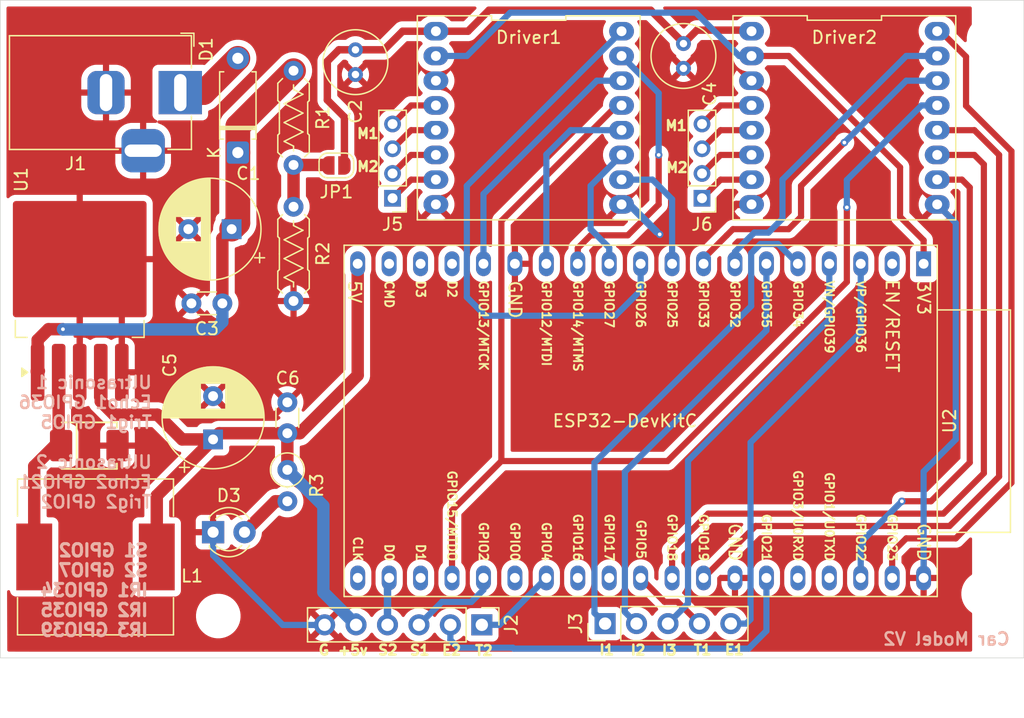
<source format=kicad_pcb>
(kicad_pcb (version 20241229) (generator "pcbnew") (generator_version "9.0")
  (layers (0 "F.Cu" signal) (2 "B.Cu" signal) (13 "F.Paste" user) (15 "B.Paste" user) (5 "F.SilkS" user "F.Silkscreen") (7 "B.SilkS" user "B.Silkscreen") (1 "F.Mask" user) (3 "B.Mask" user) (25 "Edge.Cuts" user))
  (net 0 "")
  (net 1 "GND")
  (net 2 "5V")
  (net 3 "Net-(D1-A)")
  (net 4 "Net-(D3-A)")
  (net 5 "/3v3")
  (net 6 "Net-(U1-OUT)")
  (net 17 "/VM")
  (net 18 "Net-(JP1-A)")
  (net 19 "/BIN1")
  (net 20 "/BIN2")
  (net 21 "Net-(Driver1-VM)")
  (net 22 "/PWMA")
  (net 23 "/AIN2")
  (net 24 "/AIN1")
  (net 25 "/PWMB")
  (net 26 "/STBY")
  (net 27 "/AIN22")
  (net 28 "/BIN12")
  (net 29 "/AIN12")
  (net 30 "/PWMA2")
  (net 31 "/PWMB2")
  (net 32 "/BIN22")
  (net 33 "/IR1")
  (net 34 "/IR2")
  (net 35 "/TRIG1")
  (net 36 "/ECHO1")
  (net 37 "/IR3")
  (net 38 "/ECHO2")
  (net 39 "/Servo2")
  (net 40 "/TRIG2")
  (net 41 "/Servo1")
  (net 43 "Net-(Driver1-A01)")
  (net 44 "Net-(Driver1-B02)")
  (net 45 "Net-(Driver1-B01)")
  (net 46 "Net-(Driver1-A02)")
  (net 47 "Net-(Driver2-A01)")
  (net 48 "Net-(Driver2-B01)")
  (net 49 "Net-(Driver2-A02)")
  (net 50 "Net-(Driver2-B02)")
  (footprint "PCM_Capacitor_THT_AKL:CP_Radial_D8.0mm_P3.50mm" (layer "F.Cu") (at 87 97.5 90)
    (property "Reference" "C5" (at 6 -3.5 90) (layer "F.SilkS"))
    (property "Value" "CP_Radial_D8.0mm_P3.50mm" (hide yes))
    (pad "1" thru_hole rect (at 0 0 90) (size 1.6 1.6) (drill 0.8) (layers "*.Cu" "*.Mask") (net 2 "5V"))
    (pad "2" thru_hole circle (at 3.5 0 90) (size 1.6 1.6) (drill 0.8) (layers "*.Cu" "*.Mask") (net 1 "GND"))
  )
  (footprint "Package_TO_SOT_SMD:TO-263-5_TabPin3" (layer "F.Cu") (at 76.225 84.425 90)
    (property "Reference" "U1" (at 7.925 -4.725 90) (layer "F.SilkS"))
    (property "Value" "LM2596S-5")
    (pad "1" smd roundrect (at -7.65 -3.4 90) (size 4.6 1.1) (layers "F.Cu" "F.Mask" "F.Paste") (roundrect_rratio 0.227273) (net 17 "/VM"))
    (pad "2" smd roundrect (at -7.65 -1.7 90) (size 4.6 1.1) (layers "F.Cu" "F.Mask" "F.Paste") (roundrect_rratio 0.227273) (net 6 "Net-(U1-OUT)"))
    (pad "3" smd roundrect (at -7.65 0 90) (size 4.6 1.1) (layers "F.Cu" "F.Mask" "F.Paste") (roundrect_rratio 0.227273) (net 1 "GND"))
    (pad "3" smd roundrect (at 1.5 0 90) (size 9.4 10.8) (layers "F.Cu" "F.Mask") (roundrect_rratio 0.026596) (net 1 "GND"))
    (pad "4" smd roundrect (at -7.65 1.7 90) (size 4.6 1.1) (layers "F.Cu" "F.Mask" "F.Paste") (roundrect_rratio 0.227273) (net 2 "5V"))
    (pad "5" smd roundrect (at -7.65 3.4 90) (size 4.6 1.1) (layers "F.Cu" "F.Mask" "F.Paste") (roundrect_rratio 0.227273) (net 1 "GND"))
  )
  (footprint "Capacitor_THT:C_Disc_D3.0mm_W1.6mm_P2.50mm" (layer "F.Cu") (at 93 97 90)
    (property "Reference" "C6" (at 4.45 0.03 180) (layer "F.SilkS"))
    (property "Value" "100nF")
    (pad "1" thru_hole circle (at 0 0 90) (size 1.6 1.6) (drill 0.8) (layers "*.Cu" "*.Mask") (net 2 "5V"))
    (pad "2" thru_hole circle (at 2.5 0 90) (size 1.6 1.6) (drill 0.8) (layers "*.Cu" "*.Mask") (net 1 "GND"))
  )
  (footprint "Connector_PinHeader_2.54mm:PinHeader_1x06_P2.54mm_Vertical" (layer "F.Cu") (at 108.71 112.49 -90)
    (property "Reference" "J2" (at 0 -2.38 90) (layer "F.SilkS"))
    (property "Value" "Conn_01x06_Socket")
    (pad "1" thru_hole rect (at 0 0 270) (size 1.7 1.7) (drill 1) (layers "*.Cu" "*.Mask") (net 40 "/TRIG2"))
    (pad "2" thru_hole circle (at 0 2.54 270) (size 1.7 1.7) (drill 1) (layers "*.Cu" "*.Mask") (net 38 "/ECHO2"))
    (pad "3" thru_hole circle (at 0 5.08 270) (size 1.7 1.7) (drill 1) (layers "*.Cu" "*.Mask") (net 41 "/Servo1"))
    (pad "4" thru_hole circle (at 0 7.62 270) (size 1.7 1.7) (drill 1) (layers "*.Cu" "*.Mask") (net 39 "/Servo2"))
    (pad "5" thru_hole circle (at 0 10.16 270) (size 1.7 1.7) (drill 1) (layers "*.Cu" "*.Mask") (net 2 "5V"))
    (pad "6" thru_hole circle (at 0 12.7 270) (size 1.7 1.7) (drill 1) (layers "*.Cu" "*.Mask") (net 1 "GND"))
  )
  (footprint "Connector_PinHeader_2.00mm:PinHeader_1x04_P2.00mm_Vertical" (layer "F.Cu") (at 101.5 78 180)
    (property "Reference" "J5" (at 0 -2.11 0) (layer "F.SilkS"))
    (property "Value" "Conn_01x04_Socket")
    (pad "1" thru_hole rect (at 0 0 180) (size 1.35 1.35) (drill 0.8) (layers "*.Cu" "*.Mask") (net 45 "Net-(Driver1-B01)"))
    (pad "2" thru_hole circle (at 0 2 180) (size 1.35 1.35) (drill 0.8) (layers "*.Cu" "*.Mask") (net 44 "Net-(Driver1-B02)"))
    (pad "3" thru_hole circle (at 0 4 180) (size 1.35 1.35) (drill 0.8) (layers "*.Cu" "*.Mask") (net 46 "Net-(Driver1-A02)"))
    (pad "4" thru_hole circle (at 0 6 180) (size 1.35 1.35) (drill 0.8) (layers "*.Cu" "*.Mask") (net 43 "Net-(Driver1-A01)"))
  )
  (footprint "PCM_JLCPCB:D_SMBF" (layer "F.Cu") (at 77 98)
    (property "Reference" "D2" (hide yes))
    (property "Value" "SS34BF")
    (pad "1" smd roundrect (at -2.28 0) (size 1.8 2.54) (layers "F.Cu" "F.Mask" "F.Paste") (roundrect_rratio 0.1388888889) (net 6 "Net-(U1-OUT)"))
    (pad "2" smd roundrect (at 2.28 0) (size 1.8 2.54) (layers "F.Cu" "F.Mask" "F.Paste") (roundrect_rratio 0.1388888889) (net 1 "GND"))
  )
  (footprint "PCM_Resistor_THT_US_AKL:R_Axial_DIN0207_L6.3mm_D2.5mm_P7.62mm_Horizontal" (layer "F.Cu") (at 93.5 67.69 -90)
    (property "Reference" "R1" (at 3.81 -2.37 90) (layer "F.SilkS"))
    (property "Value" "4.7k" (hide yes))
    (pad "1" thru_hole circle (at 0 0 270) (size 1.6 1.6) (drill 0.8) (layers "*.Cu" "*.Mask") (net 17 "/VM"))
    (pad "2" thru_hole oval (at 7.62 0 270) (size 1.6 1.6) (drill 0.8) (layers "*.Cu" "*.Mask") (net 18 "Net-(JP1-A)"))
  )
  (footprint "Connector_PinHeader_2.54mm:PinHeader_1x05_P2.54mm_Vertical" (layer "F.Cu") (at 118.67 112.39 90)
    (property "Reference" "J3" (at 0 -2.38 90) (layer "F.SilkS"))
    (property "Value" "Conn_01x05_Socket")
    (pad "1" thru_hole rect (at 0 0 90) (size 1.7 1.7) (drill 1) (layers "*.Cu" "*.Mask") (net 33 "/IR1"))
    (pad "2" thru_hole circle (at 0 2.54 90) (size 1.7 1.7) (drill 1) (layers "*.Cu" "*.Mask") (net 34 "/IR2"))
    (pad "3" thru_hole circle (at 0 5.08 90) (size 1.7 1.7) (drill 1) (layers "*.Cu" "*.Mask") (net 37 "/IR3"))
    (pad "4" thru_hole circle (at 0 7.62 90) (size 1.7 1.7) (drill 1) (layers "*.Cu" "*.Mask") (net 35 "/TRIG1"))
    (pad "5" thru_hole circle (at 0 10.16 90) (size 1.7 1.7) (drill 1) (layers "*.Cu" "*.Mask") (net 36 "/ECHO1"))
  )
  (footprint "SparkFun-Hardware:Standoff" (layer "F.Cu") (at 87.42 111.78)
    (property "Reference" "ST1")
    (property "Value" "Standoff")
    (pad "" np_thru_hole circle (at 0 0) (size 3.1 3.1) (drill 3.1) (layers "*.Cu" "*.Mask"))
  )
  (footprint "tb6612fng:tb6612fng breakout board" (layer "F.Cu") (at 112.5 71.5 -90)
    (property "Reference" "Driver1" (at -6.5 0 0) (layer "F.SilkS"))
    (property "Value" "~")
    (pad "1" thru_hole oval (at -7 7.5 270) (size 1.5 2) (drill 0.8) (layers "*.Cu" "*.Mask") (net 21 "Net-(Driver1-VM)"))
    (pad "2" thru_hole oval (at -5 7.5 270) (size 1.5 2) (drill 0.8) (layers "*.Cu" "*.Mask") (net 5 "/3v3"))
    (pad "3" thru_hole oval (at -3 7.5 270) (size 1.5 2) (drill 0.8) (layers "*.Cu" "*.Mask") (net 1 "GND"))
    (pad "4" thru_hole oval (at -1 7.5 270) (size 1.5 2) (drill 0.8) (layers "*.Cu" "*.Mask") (net 43 "Net-(Driver1-A01)"))
    (pad "5" thru_hole oval (at 1 7.5 270) (size 1.5 2) (drill 0.8) (layers "*.Cu" "*.Mask") (net 46 "Net-(Driver1-A02)"))
    (pad "6" thru_hole oval (at 3 7.5 270) (size 1.5 2) (drill 0.8) (layers "*.Cu" "*.Mask") (net 44 "Net-(Driver1-B02)"))
    (pad "7" thru_hole oval (at 5 7.5 270) (size 1.5 2) (drill 0.8) (layers "*.Cu" "*.Mask") (net 45 "Net-(Driver1-B01)"))
    (pad "8" thru_hole oval (at 7 7.5 270) (size 1.5 2) (drill 0.8) (layers "*.Cu" "*.Mask") (net 1 "GND"))
    (pad "9" thru_hole oval (at -7 -7.5 270) (size 1.5 2) (drill 0.8) (layers "*.Cu" "*.Mask") (net 22 "/PWMA"))
    (pad "10" thru_hole oval (at -5 -7.5 270) (size 1.5 2) (drill 0.8) (layers "*.Cu" "*.Mask") (net 23 "/AIN2"))
    (pad "11" thru_hole oval (at -3 -7.5 270) (size 1.5 2) (drill 0.8) (layers "*.Cu" "*.Mask") (net 24 "/AIN1"))
    (pad "12" thru_hole oval (at -1 -7.5 270) (size 1.5 2) (drill 0.8) (layers "*.Cu" "*.Mask") (net 26 "/STBY"))
    (pad "13" thru_hole oval (at 1 -7.5 270) (size 1.5 2) (drill 0.8) (layers "*.Cu" "*.Mask") (net 19 "/BIN1"))
    (pad "14" thru_hole oval (at 3 -7.5 270) (size 1.5 2) (drill 0.8) (layers "*.Cu" "*.Mask") (net 20 "/BIN2"))
    (pad "15" thru_hole oval (at 5 -7.5 270) (size 1.5 2) (drill 0.8) (layers "*.Cu" "*.Mask") (net 25 "/PWMB"))
    (pad "16" thru_hole oval (at 7 -7.5 270) (size 1.5 2) (drill 0.8) (layers "*.Cu" "*.Mask") (net 1 "GND"))
  )
  (footprint "SparkFun-Hardware:Standoff" (layer "F.Cu") (at 149.69 65.11)
    (property "Reference" "ST3")
    (property "Value" "Standoff")
    (pad "" np_thru_hole circle (at 0 0) (size 3.1 3.1) (drill 3.1) (layers "*.Cu" "*.Mask"))
  )
  (footprint "PCM_Capacitor_THT_AKL:CP_Radial_D8.0mm_P3.50mm" (layer "F.Cu") (at 88.5 80.5 180)
    (property "Reference" "C1" (at -1.347349 4.5 0) (layer "F.SilkS"))
    (property "Value" "CP_Radial_D8.0mm_P3.50mm" (hide yes))
    (pad "1" thru_hole rect (at 0 0 180) (size 1.6 1.6) (drill 0.8) (layers "*.Cu" "*.Mask") (net 17 "/VM"))
    (pad "2" thru_hole circle (at 3.5 0 180) (size 1.6 1.6) (drill 0.8) (layers "*.Cu" "*.Mask") (net 1 "GND"))
  )
  (footprint "Inductor_SMD:L_12x12mm_H6mm" (layer "F.Cu") (at 77.5 107)
    (property "Reference" "L1" (at 7.8 1.54 0) (layer "F.SilkS"))
    (property "Value" "33uH")
    (pad "1" smd rect (at -4.95 0) (size 2.9 5.4) (layers "F.Cu" "F.Mask" "F.Paste") (net 6 "Net-(U1-OUT)"))
    (pad "2" smd rect (at 4.95 0) (size 2.9 5.4) (layers "F.Cu" "F.Mask" "F.Paste") (net 2 "5V"))
  )
  (footprint "Resistor_THT:R_Axial_DIN0207_L6.3mm_D2.5mm_P2.54mm_Vertical" (layer "F.Cu") (at 93 99.96 -90)
    (property "Reference" "R3" (at 1.27 -2.37 90) (layer "F.SilkS"))
    (property "Value" "1k")
    (pad "1" thru_hole circle (at 0 0 270) (size 1.6 1.6) (drill 0.8) (layers "*.Cu" "*.Mask") (net 2 "5V"))
    (pad "2" thru_hole circle (at 2.54 0 270) (size 1.6 1.6) (drill 0.8) (layers "*.Cu" "*.Mask") (net 4 "Net-(D3-A)"))
  )
  (footprint "Capacitor_THT:C_Radial_D5.0mm_H5.0mm_P2.00mm" (layer "F.Cu") (at 98.5 66 -90)
    (property "Reference" "C2" (at 5 0 90) (layer "F.SilkS"))
    (property "Value" "10uF")
    (pad "1" thru_hole circle (at 0 0 270) (size 1.2 1.2) (drill 0.6) (layers "*.Cu" "*.Mask") (net 21 "Net-(Driver1-VM)"))
    (pad "2" thru_hole circle (at 2 0 270) (size 1.2 1.2) (drill 0.6) (layers "*.Cu" "*.Mask") (net 1 "GND"))
  )
  (footprint "tb6612fng:tb6612fng breakout board" (layer "F.Cu") (at 138 71.5 -90)
    (property "Reference" "Driver2" (at -6.5 0 0) (layer "F.SilkS"))
    (property "Value" "~")
    (pad "1" thru_hole oval (at -7 7.5 270) (size 1.5 2) (drill 0.8) (layers "*.Cu" "*.Mask") (net 21 "Net-(Driver1-VM)"))
    (pad "2" thru_hole oval (at -5 7.5 270) (size 1.5 2) (drill 0.8) (layers "*.Cu" "*.Mask") (net 5 "/3v3"))
    (pad "3" thru_hole oval (at -3 7.5 270) (size 1.5 2) (drill 0.8) (layers "*.Cu" "*.Mask") (net 1 "GND"))
    (pad "4" thru_hole oval (at -1 7.5 270) (size 1.5 2) (drill 0.8) (layers "*.Cu" "*.Mask") (net 47 "Net-(Driver2-A01)"))
    (pad "5" thru_hole oval (at 1 7.5 270) (size 1.5 2) (drill 0.8) (layers "*.Cu" "*.Mask") (net 49 "Net-(Driver2-A02)"))
    (pad "6" thru_hole oval (at 3 7.5 270) (size 1.5 2) (drill 0.8) (layers "*.Cu" "*.Mask") (net 50 "Net-(Driver2-B02)"))
    (pad "7" thru_hole oval (at 5 7.5 270) (size 1.5 2) (drill 0.8) (layers "*.Cu" "*.Mask") (net 48 "Net-(Driver2-B01)"))
    (pad "8" thru_hole oval (at 7 7.5 270) (size 1.5 2) (drill 0.8) (layers "*.Cu" "*.Mask") (net 1 "GND"))
    (pad "9" thru_hole oval (at -7 -7.5 270) (size 1.5 2) (drill 0.8) (layers "*.Cu" "*.Mask") (net 30 "/PWMA2"))
    (pad "10" thru_hole oval (at -5 -7.5 270) (size 1.5 2) (drill 0.8) (layers "*.Cu" "*.Mask") (net 27 "/AIN22"))
    (pad "11" thru_hole oval (at -3 -7.5 270) (size 1.5 2) (drill 0.8) (layers "*.Cu" "*.Mask") (net 29 "/AIN12"))
    (pad "12" thru_hole oval (at -1 -7.5 270) (size 1.5 2) (drill 0.8) (layers "*.Cu" "*.Mask") (net 26 "/STBY"))
    (pad "13" thru_hole oval (at 1 -7.5 270) (size 1.5 2) (drill 0.8) (layers "*.Cu" "*.Mask") (net 28 "/BIN12"))
    (pad "14" thru_hole oval (at 3 -7.5 270) (size 1.5 2) (drill 0.8) (layers "*.Cu" "*.Mask") (net 32 "/BIN22"))
    (pad "15" thru_hole oval (at 5 -7.5 270) (size 1.5 2) (drill 0.8) (layers "*.Cu" "*.Mask") (net 31 "/PWMB2"))
    (pad "16" thru_hole oval (at 7 -7.5 270) (size 1.5 2) (drill 0.8) (layers "*.Cu" "*.Mask") (net 1 "GND"))
  )
  (footprint "SparkFun-Hardware:Standoff" (layer "F.Cu") (at 149.25 109.98)
    (property "Reference" "ST2")
    (property "Value" "Standoff")
    (pad "" np_thru_hole circle (at 0 0) (size 3.1 3.1) (drill 3.1) (layers "*.Cu" "*.Mask"))
  )
  (footprint "LED_THT:LED_D3.0mm" (layer "F.Cu") (at 87 105)
    (property "Reference" "D3" (at 1.27 -2.96 0) (layer "F.SilkS"))
    (property "Value" "Yellow")
    (pad "1" thru_hole rect (at 0 0) (size 1.8 1.8) (drill 0.9) (layers "*.Cu" "*.Mask") (net 1 "GND"))
    (pad "2" thru_hole circle (at 2.54 0) (size 1.8 1.8) (drill 0.9) (layers "*.Cu" "*.Mask") (net 4 "Net-(D3-A)"))
  )
  (footprint "Capacitor_THT:C_Radial_D5.0mm_H5.0mm_P2.00mm" (layer "F.Cu") (at 125 65.5 -90)
    (property "Reference" "C4" (at 4.07 -2.12 90) (layer "F.SilkS"))
    (property "Value" "10uF")
    (pad "1" thru_hole circle (at 0 0 270) (size 1.2 1.2) (drill 0.6) (layers "*.Cu" "*.Mask") (net 21 "Net-(Driver1-VM)"))
    (pad "2" thru_hole circle (at 2 0 270) (size 1.2 1.2) (drill 0.6) (layers "*.Cu" "*.Mask") (net 1 "GND"))
  )
  (footprint "Connector_BarrelJack:BarrelJack_Horizontal" (layer "F.Cu") (at 84.35 69.46)
    (property "Reference" "J1" (at -8.45 5.75 0) (layer "F.SilkS"))
    (property "Value" "Barrel_Jack_PTH")
    (pad "1" thru_hole rect (at 0 0) (size 3.5 3.5) (drill oval 1 3) (layers "*.Cu" "*.Mask") (net 3 "Net-(D1-A)"))
    (pad "2" thru_hole roundrect (at -6 0) (size 3 3.5) (drill oval 1 3) (layers "*.Cu" "*.Mask") (net 1 "GND"))
    (pad "3" thru_hole roundrect (at -3 4.7) (size 3.5 3.5) (drill oval 3 1) (layers "*.Cu" "*.Mask") (net 1 "GND"))
  )
  (footprint "PCM_Espressif:ESP32-DevKitC" (layer "F.Cu") (at 144.40344 83.3 -90)
    (property "Reference" "U2" (at 12.7 -2.1 90) (layer "F.SilkS"))
    (property "Value" "ESP32-DevKitC" (at 12.7 24.13 0) (layer "F.SilkS"))
    (fp_text user "5V" (at 1.26632 45.97128 270) (layer "F.SilkS") (effects (justify left)))
    (fp_text user "GPIO4" (at 24.13 30.48 270) (layer "F.SilkS") (effects (font (size 0.7 0.7)) (justify right)))
    (fp_text user "D3" (at 1.27 40.64 270) (layer "F.SilkS") (effects (font (size 0.7 0.7)) (justify left)))
    (fp_text user "GPIO15/MTDO" (at 24.13 38.1 270) (layer "F.SilkS") (effects (font (size 0.7 0.7)) (justify right)))
    (fp_text user "GPIO5" (at 23.94 22.83344 270) (layer "F.SilkS") (effects (font (size 0.7 0.7)) (justify right)))
    (fp_text user "GPIO22" (at 24.13 5.08 270) (layer "F.SilkS") (effects (font (size 0.7 0.7)) (justify right)))
    (fp_text user "VP/GPIO36" (at 1.27 5.08 270) (layer "F.SilkS") (effects (font (size 0.7 0.7)) (justify left)))
    (fp_text user "GPIO26" (at 1.27 22.86 270) (layer "F.SilkS") (effects (font (size 0.7 0.7)) (justify left)))
    (fp_text user "GND" (at 24.13 15.24 270) (layer "F.SilkS") (effects (justify right)))
    (fp_text user "D0" (at 24.13 43.18 270) (layer "F.SilkS") (effects (font (size 0.7 0.7)) (justify right)))
    (fp_text user "GPIO0" (at 24.13 33.02 270) (layer "F.SilkS") (effects (font (size 0.7 0.7)) (justify right)))
    (fp_text user "CMD" (at 1.27 43.18 270) (layer "F.SilkS") (effects (font (size 0.7 0.7)) (justify left)))
    (fp_text user "3V3" (at 1.27 0 270) (layer "F.SilkS") (effects (justify left)))
    (fp_text user "GPIO1/U0TXD" (at 24.13 7.62 270) (layer "F.SilkS") (effects (font (size 0.7 0.7)) (justify right)))
    (fp_text user "GPIO17" (at 24.13 25.4 270) (layer "F.SilkS") (effects (font (size 0.7 0.7)) (justify right)))
    (fp_text user "D1" (at 24.13 40.64 270) (layer "F.SilkS") (effects (font (size 0.7 0.7)) (justify right)))
    (fp_text user "GND" (at 24.13 0 270) (layer "F.SilkS") (effects (justify right)))
    (fp_text user "GPIO18" (at 24.13 20.32 270) (layer "F.SilkS") (effects (font (size 0.7 0.7)) (justify right)))
    (fp_text user "D2" (at 1.27 38.1 270) (layer "F.SilkS") (effects (font (size 0.7 0.7)) (justify left)))
    (fp_text user "GPIO23" (at 24.13 2.54 270) (layer "F.SilkS") (effects (font (size 0.7 0.7)) (justify right)))
    (fp_text user "GPIO32" (at 1.27 15.24 270) (layer "F.SilkS") (effects (font (size 0.7 0.7)) (justify left)))
    (fp_text user "GPIO33" (at 1.27 17.78 270) (layer "F.SilkS") (effects (font (size 0.7 0.7)) (justify left)))
    (fp_text user "GPIO16" (at 24.13 27.94 270) (layer "F.SilkS") (effects (font (size 0.7 0.7)) (justify right)))
    (fp_text user "EN/RESET" (at 8.88632 2.53728 270) (layer "F.SilkS") (effects (justify right)))
    (fp_text user "GPIO21" (at 24.13 12.7 270) (layer "F.SilkS") (effects (font (size 0.7 0.7)) (justify right)))
    (fp_text user "VN/GPIO39" (at 1.27 7.62 270) (layer "F.SilkS") (effects (font (size 0.7 0.7)) (justify left)))
    (fp_text user "CLK" (at 24.13 45.72 270) (layer "F.SilkS") (effects (font (size 0.7 0.7)) (justify right)))
    (fp_text user "GPIO35" (at 1.27 12.7 270) (layer "F.SilkS") (effects (font (size 0.7 0.7)) (justify left)))
    (fp_text user "GPIO13/MTCK" (at 1.27 35.56 270) (layer "F.SilkS") (effects (font (size 0.7 0.7)) (justify left)))
    (fp_text user "GPIO25" (at 1.27 20.32 270) (layer "F.SilkS") (effects (font (size 0.7 0.7)) (justify left)))
    (fp_text user "GPIO27" (at 1.27 25.4 270) (layer "F.SilkS") (effects (font (size 0.7 0.7)) (justify left)))
    (fp_text user "GPIO19" (at 24.13 17.78 270) (layer "F.SilkS") (effects (font (size 0.7 0.7)) (justify right)))
    (fp_text user "GPIO14/MTMS" (at 1.27 27.94 270) (layer "F.SilkS") (effects (font (size 0.7 0.7)) (justify left)))
    (fp_text user "GPIO2" (at 24.13 35.56 270) (layer "F.SilkS") (effects (font (size 0.7 0.7)) (justify right)))
    (fp_text user "GND" (at 1.27 33.02 270) (layer "F.SilkS") (effects (justify left)))
    (fp_text user "GPIO3/U0RXD" (at 24.13 10.16 270) (layer "F.SilkS") (effects (font (size 0.7 0.7)) (justify right)))
    (fp_text user "GPIO12/MTDI" (at 1.27 30.48 270) (layer "F.SilkS") (effects (font (size 0.7 0.7)) (justify left)))
    (fp_text user "GPIO34" (at 1.27 10.16 270) (layer "F.SilkS") (effects (font (size 0.7 0.7)) (justify left)))
    (pad "1" thru_hole rect (at 0 0 180) (size 1.2 2) (drill 0.8) (layers "*.Cu" "*.Mask") (net 5 "/3v3"))
    (pad "2" thru_hole oval (at 0 2.54 180) (size 1.2 2) (drill 0.8) (layers "*.Cu" "*.Mask"))
    (pad "3" thru_hole oval (at 0 5.08 180) (size 1.2 2) (drill 0.8) (layers "*.Cu" "*.Mask") (net 36 "/ECHO1"))
    (pad "4" thru_hole oval (at 0 7.62 180) (size 1.2 2) (drill 0.8) (layers "*.Cu" "*.Mask") (net 37 "/IR3"))
    (pad "5" thru_hole oval (at 0 10.16 180) (size 1.2 2) (drill 0.8) (layers "*.Cu" "*.Mask") (net 33 "/IR1"))
    (pad "6" thru_hole oval (at 0 12.7 180) (size 1.2 2) (drill 0.8) (layers "*.Cu" "*.Mask") (net 34 "/IR2"))
    (pad "7" thru_hole oval (at 0 15.24 180) (size 1.2 2) (drill 0.8) (layers "*.Cu" "*.Mask") (net 27 "/AIN22"))
    (pad "8" thru_hole oval (at 0 17.78 180) (size 1.2 2) (drill 0.8) (layers "*.Cu" "*.Mask") (net 29 "/AIN12"))
    (pad "9" thru_hole oval (at 0 20.32 180) (size 1.2 2) (drill 0.8) (layers "*.Cu" "*.Mask") (net 25 "/PWMB"))
    (pad "10" thru_hole oval (at 0 22.86 180) (size 1.2 2) (drill 0.8) (layers "*.Cu" "*.Mask") (net 22 "/PWMA"))
    (pad "11" thru_hole oval (at 0 25.4 180) (size 1.2 2) (drill 0.8) (layers "*.Cu" "*.Mask") (net 20 "/BIN2"))
    (pad "12" thru_hole oval (at 0 27.94 180) (size 1.2 2) (drill 0.8) (layers "*.Cu" "*.Mask") (net 23 "/AIN2"))
    (pad "13" thru_hole oval (at 0 30.48 180) (size 1.2 2) (drill 0.8) (layers "*.Cu" "*.Mask") (net 19 "/BIN1"))
    (pad "14" thru_hole oval (at 0 33.02 180) (size 1.2 2) (drill 0.8) (layers "*.Cu" "*.Mask") (net 1 "GND"))
    (pad "15" thru_hole oval (at 0 35.56 180) (size 1.2 2) (drill 0.8) (layers "*.Cu" "*.Mask") (net 24 "/AIN1"))
    (pad "16" thru_hole oval (at 0 38.1 180) (size 1.2 2) (drill 0.8) (layers "*.Cu" "*.Mask"))
    (pad "17" thru_hole oval (at 0 40.64 180) (size 1.2 2) (drill 0.8) (layers "*.Cu" "*.Mask"))
    (pad "18" thru_hole oval (at 0 43.18 180) (size 1.2 2) (drill 0.8) (layers "*.Cu" "*.Mask"))
    (pad "19" thru_hole oval (at 0 45.72 180) (size 1.2 2) (drill 0.8) (layers "*.Cu" "*.Mask") (net 2 "5V"))
    (pad "20" thru_hole oval (at 25.39632 45.71728 180) (size 1.2 2) (drill 0.8) (layers "*.Cu" "*.Mask"))
    (pad "21" thru_hole oval (at 25.39632 43.17728 180) (size 1.2 2) (drill 0.8) (layers "*.Cu" "*.Mask") (net 39 "/Servo2"))
    (pad "22" thru_hole oval (at 25.4 40.64 180) (size 1.2 2) (drill 0.8) (layers "*.Cu" "*.Mask"))
    (pad "23" thru_hole oval (at 25.4 38.1 180) (size 1.2 2) (drill 0.8) (layers "*.Cu" "*.Mask") (net 26 "/STBY"))
    (pad "24" thru_hole oval (at 25.4 35.56 180) (size 1.2 2) (drill 0.8) (layers "*.Cu" "*.Mask") (net 41 "/Servo1"))
    (pad "25" thru_hole oval (at 25.4 33.02 180) (size 1.2 2) (drill 0.8) (layers "*.Cu" "*.Mask"))
    (pad "26" thru_hole oval (at 25.4 30.48 180) (size 1.2 2) (drill 0.8) (layers "*.Cu" "*.Mask") (net 40 "/TRIG2"))
    (pad "27" thru_hole oval (at 25.4 27.94 180) (size 1.2 2) (drill 0.8) (layers "*.Cu" "*.Mask"))
    (pad "28" thru_hole oval (at 25.4 25.4 180) (size 1.2 2) (drill 0.8) (layers "*.Cu" "*.Mask"))
    (pad "29" thru_hole oval (at 25.4 22.86 180) (size 1.2 2) (drill 0.8) (layers "*.Cu" "*.Mask") (net 35 "/TRIG1"))
    (pad "30" thru_hole oval (at 25.4 20.32 180) (size 1.2 2) (drill 0.8) (layers "*.Cu" "*.Mask") (net 32 "/BIN22"))
    (pad "31" thru_hole oval (at 25.4 17.78 180) (size 1.2 2) (drill 0.8) (layers "*.Cu" "*.Mask") (net 28 "/BIN12"))
    (pad "32" thru_hole oval (at 25.4 15.24 180) (size 1.2 2) (drill 0.8) (layers "*.Cu" "*.Mask") (net 1 "GND"))
    (pad "33" thru_hole oval (at 25.4 12.7 180) (size 1.2 2) (drill 0.8) (layers "*.Cu" "*.Mask") (net 38 "/ECHO2"))
    (pad "34" thru_hole oval (at 25.4 10.16 180) (size 1.2 2) (drill 0.8) (layers "*.Cu" "*.Mask"))
    (pad "35" thru_hole oval (at 25.4 7.62 180) (size 1.2 2) (drill 0.8) (layers "*.Cu" "*.Mask"))
    (pad "36" thru_hole oval (at 25.4 5.08 180) (size 1.2 2) (drill 0.8) (layers "*.Cu" "*.Mask") (net 31 "/PWMB2"))
    (pad "37" thru_hole oval (at 25.4 2.54 180) (size 1.2 2) (drill 0.8) (layers "*.Cu" "*.Mask") (net 30 "/PWMA2"))
    (pad "38" thru_hole oval (at 25.4 0 180) (size 1.2 2) (drill 0.8) (layers "*.Cu" "*.Mask") (net 1 "GND"))
  )
  (footprint "Diode_THT:D_A-405_P7.62mm_Horizontal" (layer "F.Cu") (at 89 74.31 90)
    (property "Reference" "D1" (at 8.34 -2.56 90) (layer "F.SilkS"))
    (property "Value" "1N4007")
    (fp_text user "K" (at 0 -1.9 90) (layer "F.SilkS"))
    (pad "1" thru_hole roundrect (at 0 0 90) (size 1.8 1.8) (drill 0.9) (layers "*.Cu" "*.Mask") (roundrect_rratio 0.138889) (net 17 "/VM"))
    (pad "2" thru_hole circle (at 7.62 0 90) (size 1.8 1.8) (drill 0.9) (layers "*.Cu" "*.Mask") (net 3 "Net-(D1-A)"))
  )
  (footprint "Jumper:SolderJumper-2_P1.3mm_Open_RoundedPad1.0x1.5mm" (layer "F.Cu") (at 96.96 75.35)
    (property "Reference" "JP1" (at 0 2.14 0) (layer "F.SilkS"))
    (property "Value" "~")
    (pad "1" smd custom (at -0.65 0) (size 1 0.5) (layers "F.Cu" "F.Mask") (net 18 "Net-(JP1-A)") (options (clearance outline) (anchor rect)) (primitives (gr_circle (center 0 0.25) (end 0.5 0.25) (width 0) (fill yes)) (gr_circle (center 0 -0.25) (end 0.5 -0.25) (width 0) (fill yes)) (gr_poly (pts (xy 0.5 0.75) (xy 0 0.75) (xy 0 -0.75) (xy 0.5 -0.75)) (width 0) (fill yes))))
    (pad "2" smd custom (at 0.65 0) (size 1 0.5) (layers "F.Cu" "F.Mask") (net 21 "Net-(Driver1-VM)") (options (clearance outline) (anchor rect)) (primitives (gr_circle (center 0 0.25) (end 0.5 0.25) (width 0) (fill yes)) (gr_circle (center 0 -0.25) (end 0.5 -0.25) (width 0) (fill yes)) (gr_poly (pts (xy 0 0.75) (xy -0.5 0.75) (xy -0.5 -0.75) (xy 0 -0.75)) (width 0) (fill yes))))
  )
  (footprint "Connector_PinHeader_2.00mm:PinHeader_1x04_P2.00mm_Vertical" (layer "F.Cu") (at 126.5 78 180)
    (property "Reference" "J6" (at 0 -2.11 0) (layer "F.SilkS"))
    (property "Value" "Conn_01x04_Socket")
    (pad "1" thru_hole rect (at 0 0 180) (size 1.35 1.35) (drill 0.8) (layers "*.Cu" "*.Mask") (net 48 "Net-(Driver2-B01)"))
    (pad "2" thru_hole circle (at 0 2 180) (size 1.35 1.35) (drill 0.8) (layers "*.Cu" "*.Mask") (net 50 "Net-(Driver2-B02)"))
    (pad "3" thru_hole circle (at 0 4 180) (size 1.35 1.35) (drill 0.8) (layers "*.Cu" "*.Mask") (net 49 "Net-(Driver2-A02)"))
    (pad "4" thru_hole circle (at 0 6 180) (size 1.35 1.35) (drill 0.8) (layers "*.Cu" "*.Mask") (net 47 "Net-(Driver2-A01)"))
  )
  (footprint "Capacitor_THT:C_Disc_D3.0mm_W1.6mm_P2.50mm" (layer "F.Cu") (at 87.75 86.5 180)
    (property "Reference" "C3" (at 1.25 -2.05 180) (layer "F.SilkS"))
    (property "Value" "100nF")
    (pad "1" thru_hole circle (at 0 0 180) (size 1.6 1.6) (drill 0.8) (layers "*.Cu" "*.Mask") (net 17 "/VM"))
    (pad "2" thru_hole circle (at 2.5 0 180) (size 1.6 1.6) (drill 0.8) (layers "*.Cu" "*.Mask") (net 1 "GND"))
  )
  (footprint "PCM_Resistor_THT_US_AKL:R_Axial_DIN0207_L6.3mm_D2.5mm_P7.62mm_Horizontal" (layer "F.Cu") (at 93.5 78.69 -90)
    (property "Reference" "R2" (at 3.81 -2.37 90) (layer "F.SilkS"))
    (property "Value" "10k" (hide yes))
    (pad "1" thru_hole circle (at 0 0 270) (size 1.6 1.6) (drill 0.8) (layers "*.Cu" "*.Mask") (net 18 "Net-(JP1-A)"))
    (pad "2" thru_hole oval (at 7.62 0 270) (size 1.6 1.6) (drill 0.8) (layers "*.Cu" "*.Mask") (net 1 "GND"))
  )
  (gr_rect (start 69.81 62) (end 152.5 115.16) (stroke (width 0.05)) (fill no) (layer "Edge.Cuts"))
  (gr_text "T1\n" (at 125.73 114.99 0) (layer "F.SilkS") (effects (font (size 0.8 0.8) (thickness 0.2) (bold yes)) (justify left bottom)))
  (gr_text "T2" (at 108.06 115.04 0) (layer "F.SilkS") (effects (font (size 0.8 0.8) (thickness 0.2) (bold yes)) (justify left bottom)))
  (gr_text "M2" (at 123.51 75.99 0) (layer "F.SilkS") (effects (font (size 0.8 0.8) (thickness 0.2) (bold yes)) (justify left bottom)))
  (gr_text "I2\n\n" (at 120.63 116.29 0) (layer "F.SilkS") (effects (font (size 0.8 0.8) (thickness 0.2) (bold yes)) (justify left bottom)))
  (gr_text "E1" (at 128.24 114.98 0) (layer "F.SilkS") (effects (font (size 0.8 0.8) (thickness 0.2) (bold yes)) (justify left bottom)))
  (gr_text "M1" (at 98.53 73.24 0) (layer "F.SilkS") (effects (font (size 0.8 0.8) (thickness 0.2) (bold yes)) (justify left bottom)))
  (gr_text "+5v" (at 96.98 115.01 0) (layer "F.SilkS") (effects (font (size 0.8 0.8) (thickness 0.2) (bold yes)) (justify left bottom)))
  (gr_text "M2" (at 98.54 75.91 0) (layer "F.SilkS") (effects (font (size 0.8 0.8) (thickness 0.2) (bold yes)) (justify left bottom)))
  (gr_text "G" (at 95.42 115 0) (layer "F.SilkS") (effects (font (size 0.8 0.8) (thickness 0.2) (bold yes)) (justify left bottom)))
  (gr_text "E2" (at 105.39 115.01 0) (layer "F.SilkS") (effects (font (size 0.8 0.8) (thickness 0.2) (bold yes)) (justify left bottom)))
  (gr_text "I1\n" (at 118.1 114.99 0) (layer "F.SilkS") (effects (font (size 0.8 0.8) (thickness 0.2) (bold yes)) (justify left bottom)))
  (gr_text "I3" (at 123.15 115.01 0) (layer "F.SilkS") (effects (font (size 0.8 0.8) (thickness 0.2) (bold yes)) (justify left bottom)))
  (gr_text "M1" (at 123.44 72.6 0) (layer "F.SilkS") (effects (font (size 0.8 0.8) (thickness 0.2) (bold yes)) (justify left bottom)))
  (gr_text "S2" (at 100.23 115 0) (layer "F.SilkS") (effects (font (size 0.8 0.8) (thickness 0.2) (bold yes)) (justify left bottom)))
  (gr_text "S1" (at 102.8 115.01 0) (layer "F.SilkS") (effects (font (size 0.8 0.8) (thickness 0.2) (bold yes)) (justify left bottom)))
  (gr_text "S1 GPIO2 \nS2 GPIO7\nIR1 GPIO34\nIR2 GPIO35\nIR3 GPIO39\n" (at 81.87 113.5 0) (layer "B.SilkS") (effects (font (size 1 1) (thickness 0.25) (bold yes)) (justify left bottom mirror)))
  (gr_text "Car Model V2" (at 151.47 114.22 0) (layer "B.SilkS") (effects (font (size 1 1) (thickness 0.2) (bold yes)) (justify left bottom mirror)))
  (gr_text "Ultrasonic 1\nEcho1 GPIO36\nTrig1 GPIO5\n\nUltrasonic 2\nEcho2 GPIO21\nTrig2 GPIO2 " (at 82.16 103.14 0) (layer "B.SilkS") (effects (font (size 1 1) (thickness 0.2) (bold yes)) (justify left bottom mirror)))
  (segment (start 123.08 80.92) (end 126.84 80.92) (width 0.6) (layer "F.Cu") (net 1))
  (segment (start 129.26 78.5) (end 130.5 78.5) (width 0.6) (layer "F.Cu") (net 1))
  (segment (start 126.84 80.92) (end 129.26 78.5) (width 0.6) (layer "F.Cu") (net 1))
  (segment (start 79.625 85.975) (end 79 85.35) (width 0.5) (layer "F.Cu") (net 1))
  (segment (start 76.225 92.075) (end 76.225 82.925) (width 0.5) (layer "F.Cu") (net 1))
  (segment (start 79.625 92.075) (end 79.625 85.975) (width 0.5) (layer "F.Cu") (net 1))
  (via (at 123.08 80.92) (size 0.6) (drill 0.3) (layers "F.Cu" "B.Cu") (net 1))
  (segment (start 120.62 78.5) (end 122.84 80.72) (width 0.6) (layer "B.Cu") (net 1))
  (segment (start 147 97.5) (end 144.40344 100.09656) (width 0.5) (layer "B.Cu") (net 1))
  (segment (start 92.63 112.5) (end 96 112.5) (width 0.5) (layer "B.Cu") (net 1))
  (segment (start 120 78.5) (end 120.62 78.5) (width 0.6) (layer "B.Cu") (net 1))
  (segment (start 87 105) (end 87 106.87) (width 0.5) (layer "B.Cu") (net 1))
  (segment (start 147 80) (end 147 97.5) (width 0.5) (layer "B.Cu") (net 1))
  (segment (start 87 106.87) (end 92.63 112.5) (width 0.5) (layer "B.Cu") (net 1))
  (segment (start 144.40344 100.09656) (end 144.40344 108.7) (width 0.5) (layer "B.Cu") (net 1))
  (segment (start 96 112.5) (end 96.01 112.49) (width 0.5) (layer "B.Cu") (net 1))
  (segment (start 145.5 78.5) (end 147 80) (width 0.5) (layer "B.Cu") (net 1))
  (segment (start 94 97) (end 98.68344 92.31656) (width 1) (layer "F.Cu") (net 2))
  (segment (start 77.925 92.075) (end 77.925 94.425) (width 1) (layer "F.Cu") (net 2))
  (segment (start 87 97.5) (end 87.5 97) (width 1) (layer "F.Cu") (net 2))
  (segment (start 77.925 94.425) (end 79 95.5) (width 1) (layer "F.Cu") (net 2))
  (segment (start 93 97) (end 94 97) (width 1) (layer "F.Cu") (net 2))
  (segment (start 93 97) (end 93 99.96) (width 1) (layer "F.Cu") (net 2))
  (segment (start 82.45 107) (end 82.45 102.05) (width 1) (layer "F.Cu") (net 2))
  (segment (start 82.45 102.05) (end 87 97.5) (width 1) (layer "F.Cu") (net 2))
  (segment (start 82.5 95.5) (end 84.5 97.5) (width 1) (layer "F.Cu") (net 2))
  (segment (start 79 95.5) (end 82.5 95.5) (width 1) (layer "F.Cu") (net 2))
  (segment (start 84.5 97.5) (end 87 97.5) (width 1) (layer "F.Cu") (net 2))
  (segment (start 98.68344 92.31656) (end 98.68344 83.3) (width 1) (layer "F.Cu") (net 2))
  (segment (start 87.5 97) (end 93 97) (width 1) (layer "F.Cu") (net 2))
  (segment (start 95.91 102.87) (end 95.91 109.85) (width 1) (layer "B.Cu") (net 2))
  (segment (start 98.55 112.05) (end 98.55 112.49) (width 1) (layer "B.Cu") (net 2))
  (segment (start 95.91 109.85) (end 98.55 112.49) (width 1) (layer "B.Cu") (net 2))
  (segment (start 93 99.96) (end 95.91 102.87) (width 1) (layer "B.Cu") (net 2))
  (segment (start 84.35 69.46) (end 86.23 69.46) (width 2) (layer "F.Cu") (net 3))
  (segment (start 84.5 69.61) (end 84.35 69.46) (width 2) (layer "F.Cu") (net 3))
  (segment (start 86.23 69.46) (end 89 66.69) (width 2) (layer "F.Cu") (net 3))
  (segment (start 93 102.5) (end 92.04 102.5) (width 1) (layer "F.Cu") (net 4))
  (segment (start 92.04 102.5) (end 89.54 105) (width 1) (layer "F.Cu") (net 4))
  (segment (start 142.5 79.5) (end 144.40344 81.40344) (width 0.5) (layer "F.Cu") (net 5))
  (segment (start 144.40344 81.40344) (end 144.40344 83.3) (width 0.5) (layer "F.Cu") (net 5))
  (segment (start 130.5 66.5) (end 133.5 66.5) (width 0.5) (layer "F.Cu") (net 5))
  (segment (start 133.5 66.5) (end 142.5 75.5) (width 0.5) (layer "F.Cu") (net 5))
  (segment (start 144.14 83.8) (end 144.14 83.64) (width 0.6) (layer "F.Cu") (net 5))
  (segment (start 142.5 75.5) (end 142.5 79.5) (width 0.5) (layer "F.Cu") (net 5))
  (segment (start 107.5 66.5) (end 105 66.5) (width 0.5) (layer "B.Cu") (net 5))
  (segment (start 111 63) (end 107.5 66.5) (width 0.5) (layer "B.Cu") (net 5))
  (segment (start 126 63) (end 111 63) (width 0.5) (layer "B.Cu") (net 5))
  (segment (start 129.5 66.5) (end 126 63) (width 0.5) (layer "B.Cu") (net 5))
  (segment (start 130.5 66.5) (end 129.5 66.5) (width 0.5) (layer "B.Cu") (net 5))
  (segment (start 74.22 98) (end 74.72 98) (width 1) (layer "F.Cu") (net 6))
  (segment (start 74.525 97.305) (end 74.525 92.075) (width 1) (layer "F.Cu") (net 6))
  (segment (start 74.72 97.5) (end 74.525 97.305) (width 1) (layer "F.Cu") (net 6))
  (segment (start 72.55 99.67) (end 74.22 98) (width 1) (layer "F.Cu") (net 6))
  (segment (start 72.55 107) (end 72.55 99.67) (width 1) (layer "F.Cu") (net 6))
  (segment (start 72.825 89.465) (end 72.825 92.075) (width 1) (layer "F.Cu") (net 17))
  (segment (start 87.75 86.5) (end 87.75 86.85) (width 1) (layer "F.Cu") (net 17))
  (segment (start 74.87 88.59) (end 73.7 88.59) (width 1) (layer "F.Cu") (net 17))
  (segment (start 89 74.31) (end 89 80) (width 2) (layer "F.Cu") (net 17))
  (segment (start 72.75 92) (end 72.825 92.075) (width 1) (layer "F.Cu") (net 17))
  (segment (start 89 80) (end 88.5 80.5) (width 2) (layer "F.Cu") (net 17))
  (segment (start 89 74.31) (end 89 72.19) (width 2) (layer "F.Cu") (net 17))
  (segment (start 87.75 86.5) (end 87.75 81.25) (width 1) (layer "F.Cu") (net 17))
  (segment (start 87.75 81.25) (end 88.5 80.5) (width 1) (layer "F.Cu") (net 17))
  (segment (start 72.93 91.97) (end 72.825 92.075) (width 1) (layer "F.Cu") (net 17))
  (segment (start 73.7 88.59) (end 72.825 89.465) (width 1) (layer "F.Cu") (net 17))
  (segment (start 89 72.19) (end 93.5 67.69) (width 2) (layer "F.Cu") (net 17))
  (via (at 74.87 88.59) (size 0.6) (drill 0.3) (layers "F.Cu" "B.Cu") (net 17))
  (segment (start 74.87 88.59) (end 74.89 88.61) (width 1) (layer "B.Cu") (net 17))
  (segment (start 74.89 88.61) (end 87.13 88.61) (width 1) (layer "B.Cu") (net 17))
  (segment (start 87.75 87.99) (end 87.75 86.5) (width 1) (layer "B.Cu") (net 17))
  (segment (start 87.13 88.61) (end 87.75 87.99) (width 1) (layer "B.Cu") (net 17))
  (segment (start 93.5 78.69) (end 93.5 75.31) (width 1) (layer "F.Cu") (net 18))
  (segment (start 96.27 75.31) (end 96.31 75.35) (width 1) (layer "F.Cu") (net 18))
  (segment (start 93.5 75.31) (end 96.27 75.31) (width 1) (layer "F.Cu") (net 18))
  (segment (start 113.92344 74.46656) (end 113.92344 83.3) (width 0.5) (layer "B.Cu") (net 19))
  (segment (start 115.89 72.5) (end 113.92344 74.46656) (width 0.5) (layer "B.Cu") (net 19))
  (segment (start 120 72.5) (end 115.89 72.5) (width 0.5) (layer "B.Cu") (net 19))
  (segment (start 117.5 77) (end 117.5 80.5) (width 0.5) (layer "B.Cu") (net 20))
  (segment (start 120 74.5) (end 117.5 77) (width 0.5) (layer "B.Cu") (net 20))
  (segment (start 119.00344 82.00344) (end 119.00344 83.3) (width 0.5) (layer "B.Cu") (net 20))
  (segment (start 117.5 80.5) (end 119.00344 82.00344) (width 0.5) (layer "B.Cu") (net 20))
  (segment (start 122.351 62.801) (end 125 65.45) (width 0.6) (layer "F.Cu") (net 21))
  (segment (start 100.81 66) (end 102.31 64.5) (width 0.6) (layer "F.Cu") (net 21))
  (segment (start 126.09 64.41) (end 130.41 64.41) (width 0.6) (layer "F.Cu") (net 21))
  (segment (start 130.41 64.41) (end 130.5 64.5) (width 0.6) (layer "F.Cu") (net 21))
  (segment (start 105 64.5) (end 107.59 64.5) (width 0.6) (layer "F.Cu") (net 21))
  (segment (start 125 65.5) (end 126.09 64.41) (width 0.6) (layer "F.Cu") (net 21))
  (segment (start 97.61 75.35) (end 97.61 71.44) (width 0.6) (layer "F.Cu") (net 21))
  (segment (start 97.16 66) (end 98.5 66) (width 0.6) (layer "F.Cu") (net 21))
  (segment (start 109.289 62.801) (end 122.351 62.801) (width 0.6) (layer "F.Cu") (net 21))
  (segment (start 125 65.45) (end 125 65.5) (width 0.6) (layer "F.Cu") (net 21))
  (segment (start 96.23 66.93) (end 97.16 66) (width 0.6) (layer "F.Cu") (net 21))
  (segment (start 102.31 64.5) (end 105 64.5) (width 0.6) (layer "F.Cu") (net 21))
  (segment (start 97.61 71.44) (end 96.23 70.06) (width 0.6) (layer "F.Cu") (net 21))
  (segment (start 107.59 64.5) (end 109.289 62.801) (width 0.6) (layer "F.Cu") (net 21))
  (segment (start 96.23 70.06) (end 96.23 66.93) (width 0.6) (layer "F.Cu") (net 21))
  (segment (start 98.5 66) (end 100.81 66) (width 0.6) (layer "F.Cu") (net 21))
  (segment (start 120 64.5) (end 107.5 77) (width 0.5) (layer "B.Cu") (net 22))
  (segment (start 107.5 86) (end 109 87.5) (width 0.5) (layer "B.Cu") (net 22))
  (segment (start 121.54344 85.45656) (end 121.54344 83.3) (width 0.5) (layer "B.Cu") (net 22))
  (segment (start 119.5 87.5) (end 121.54344 85.45656) (width 0.5) (layer "B.Cu") (net 22))
  (segment (start 109 87.5) (end 119.5 87.5) (width 0.5) (layer "B.Cu") (net 22))
  (segment (start 107.5 77) (end 107.5 86) (width 0.5) (layer "B.Cu") (net 22))
  (segment (start 120.5 81) (end 117.5 81) (width 0.5) (layer "F.Cu") (net 23))
  (segment (start 123 74.5) (end 123 78.5) (width 0.5) (layer "F.Cu") (net 23))
  (segment (start 116.46344 82.03656) (end 116.46344 83.3) (width 0.5) (layer "F.Cu") (net 23))
  (segment (start 123 78.5) (end 120.5 81) (width 0.5) (layer "F.Cu") (net 23))
  (segment (start 117.5 81) (end 116.46344 82.03656) (width 0.5) (layer "F.Cu") (net 23))
  (via (at 123 74.5) (size 0.6) (drill 0.3) (layers "F.Cu" "B.Cu") (net 23))
  (segment (start 120 66.5) (end 123 69.5) (width 0.5) (layer "B.Cu") (net 23))
  (segment (start 123 69.5) (end 123 74.5) (width 0.5) (layer "B.Cu") (net 23))
  (segment (start 108.84344 77.65656) (end 108.84344 83.3) (width 0.5) (layer "B.Cu") (net 24))
  (segment (start 118 68.5) (end 108.84344 77.65656) (width 0.5) (layer "B.Cu") (net 24))
  (segment (start 120 68.5) (end 118 68.5) (width 0.5) (layer "B.Cu") (net 24))
  (segment (start 124.08344 83.3) (end 124.08344 78.08344) (width 0.5) (layer "B.Cu") (net 25))
  (segment (start 124.08344 78.08344) (end 122.5 76.5) (width 0.5) (layer "B.Cu") (net 25))
  (segment (start 122.5 76.5) (end 120 76.5) (width 0.5) (layer "B.Cu") (net 25))
  (segment (start 120 70.5) (end 119.62 70.5) (width 0.5) (layer "F.Cu") (net 26))
  (segment (start 138.2 78.74) (end 138.2 84.77) (width 0.5) (layer "F.Cu") (net 26))
  (segment (start 110.29 99.25) (end 106.30344 103.23656) (width 0.5) (layer "F.Cu") (net 26))
  (segment (start 110.29 79.83) (end 110.29 99.25) (width 0.5) (layer "F.Cu") (net 26))
  (segment (start 123.72 99.25) (end 110.29 99.25) (width 0.5) (layer "F.Cu") (net 26))
  (segment (start 106.30344 103.23656) (end 106.30344 108.7) (width 0.5) (layer "F.Cu") (net 26))
  (segment (start 138.2 84.77) (end 123.72 99.25) (width 0.5) (layer "F.Cu") (net 26))
  (segment (start 119.62 70.5) (end 110.29 79.83) (width 0.5) (layer "F.Cu") (net 26))
  (via (at 138.2 78.74) (size 0.6) (drill 0.3) (layers "F.Cu" "B.Cu") (net 26))
  (segment (start 138.2 76.53) (end 144.23 70.5) (width 0.5) (layer "B.Cu") (net 26))
  (segment (start 138.2 78.74) (end 138.2 76.53) (width 0.5) (layer "B.Cu") (net 26))
  (segment (start 144.23 70.5) (end 145.5 70.5) (width 0.5) (layer "B.Cu") (net 26))
  (segment (start 143 66.5) (end 145.5 66.5) (width 0.5) (layer "B.Cu") (net 27))
  (segment (start 133 79.65) (end 133 76.5) (width 0.5) (layer "B.Cu") (net 27))
  (segment (start 133 76.5) (end 143 66.5) (width 0.5) (layer "B.Cu") (net 27))
  (segment (start 129.16344 83.3) (end 129.16344 82.33656) (width 0.5) (layer "B.Cu") (net 27))
  (segment (start 131.87 80.78) (end 133 79.65) (width 0.5) (layer "B.Cu") (net 27))
  (segment (start 130.72 80.78) (end 131.87 80.78) (width 0.5) (layer "B.Cu") (net 27))
  (segment (start 129.16344 82.33656) (end 130.72 80.78) (width 0.5) (layer "B.Cu") (net 27))
  (segment (start 150.5 100.5) (end 146.5 104.5) (width 0.5) (layer "F.Cu") (net 28))
  (segment (start 130.82344 104.5) (end 126.62344 108.7) (width 0.5) (layer "F.Cu") (net 28))
  (segment (start 146.5 104.5) (end 130.82344 104.5) (width 0.5) (layer "F.Cu") (net 28))
  (segment (start 148.5 72.5) (end 150.5 74.5) (width 0.5) (layer "F.Cu") (net 28))
  (segment (start 145.5 72.5) (end 148.5 72.5) (width 0.5) (layer "F.Cu") (net 28))
  (segment (start 150.5 74.5) (end 150.5 100.5) (width 0.5) (layer "F.Cu") (net 28))
  (segment (start 134.5 79.5) (end 134.5 77) (width 0.5) (layer "F.Cu") (net 29))
  (segment (start 128.5 81) (end 129 80.5) (width 0.5) (layer "F.Cu") (net 29))
  (segment (start 134.5 77) (end 138 73.5) (width 0.5) (layer "F.Cu") (net 29))
  (segment (start 129 80.5) (end 133.5 80.5) (width 0.5) (layer "F.Cu") (net 29))
  (segment (start 133.5 80.5) (end 134.5 79.5) (width 0.5) (layer "F.Cu") (net 29))
  (segment (start 126.62344 82.87656) (end 128.5 81) (width 0.5) (layer "F.Cu") (net 29))
  (segment (start 126.62344 83.3) (end 126.62344 82.87656) (width 0.5) (layer "F.Cu") (net 29))
  (via (at 138 73.5) (size 0.6) (drill 0.3) (layers "F.Cu" "B.Cu") (net 29))
  (segment (start 138 73.5) (end 143 68.5) (width 0.5) (layer "B.Cu") (net 29))
  (segment (start 143 68.5) (end 145.5 68.5) (width 0.5) (layer "B.Cu") (net 29))
  (segment (start 147.83 66.56) (end 147.83 70.53) (width 0.5) (layer "F.Cu") (net 30))
  (segment (start 151.5 101) (end 147 105.5) (width 0.5) (layer "F.Cu") (net 30))
  (segment (start 145.77 64.5) (end 147.83 66.56) (width 0.5) (layer "F.Cu") (net 30))
  (segment (start 151.5 74.2) (end 151.5 101) (width 0.5) (layer "F.Cu") (net 30))
  (segment (start 141.86344 106.63656) (end 141.86344 108.7) (width 0.5) (layer "F.Cu") (net 30))
  (segment (start 143 105.5) (end 141.86344 106.63656) (width 0.5) (layer "F.Cu") (net 30))
  (segment (start 147 105.5) (end 143 105.5) (width 0.5) (layer "F.Cu") (net 30))
  (segment (start 147.83 70.53) (end 151.5 74.2) (width 0.5) (layer "F.Cu") (net 30))
  (segment (start 145.5 64.5) (end 145.77 64.5) (width 0.5) (layer "F.Cu") (net 30))
  (segment (start 148.13 99.37) (end 145 102.5) (width 0.5) (layer "F.Cu") (net 31))
  (segment (start 147.5 76.5) (end 148.13 77.13) (width 0.5) (layer "F.Cu") (net 31))
  (segment (start 148.13 77.13) (end 148.13 99.37) (width 0.5) (layer "F.Cu") (net 31))
  (segment (start 145.5 76.5) (end 147.5 76.5) (width 0.5) (layer "F.Cu") (net 31))
  (segment (start 145 102.5) (end 142.647615 102.5) (width 0.5) (layer "F.Cu") (net 31))
  (via (at 142.647615 102.5) (size 0.6) (drill 0.3) (layers "F.Cu" "B.Cu") (net 31))
  (segment (start 139.5 106) (end 139.32344 106.17656) (width 0.5) (layer "B.Cu") (net 31))
  (segment (start 139.32344 106.17656) (end 139.32344 108.7) (width 0.5) (layer "B.Cu") (net 31))
  (segment (start 142.647615 102.5) (end 139.5 105.647615) (width 0.5) (layer "B.Cu") (net 31))
  (segment (start 139.5 105.647615) (end 139.5 106) (width 0.5) (layer "B.Cu") (net 31))
  (segment (start 145.5 74.5) (end 148.5 74.5) (width 0.5) (layer "F.Cu") (net 32))
  (segment (start 124.08344 106.58344) (end 124.08344 108.7) (width 0.5) (layer "F.Cu") (net 32))
  (segment (start 148.5 74.5) (end 149.27 75.27) (width 0.5) (layer "F.Cu") (net 32))
  (segment (start 124 106.5) (end 124.08344 106.58344) (width 0.5) (layer "F.Cu") (net 32))
  (segment (start 146 103.5) (end 127 103.5) (width 0.5) (layer "F.Cu") (net 32))
  (segment (start 149.27 100.23) (end 146 103.5) (width 0.5) (layer "F.Cu") (net 32))
  (segment (start 149.27 75.27) (end 149.27 100.23) (width 0.5) (layer "F.Cu") (net 32))
  (segment (start 127 103.5) (end 124 106.5) (width 0.5) (layer "F.Cu") (net 32))
  (segment (start 117.81 111.53) (end 117.81 99.38) (width 0.5) (layer "B.Cu") (net 33))
  (segment (start 118.67 112.39) (end 117.81 111.53) (width 0.5) (layer "B.Cu") (net 33))
  (segment (start 132.64444 81.701) (end 134.24344 83.3) (width 0.5) (layer "B.Cu") (net 33))
  (segment (start 130.47 86.72) (end 130.47 82.45) (width 0.5) (layer "B.Cu") (net 33))
  (segment (start 131.219 81.701) (end 132.64444 81.701) (width 0.5) (layer "B.Cu") (net 33))
  (segment (start 130.47 82.45) (end 131.219 81.701) (width 0.5) (layer "B.Cu") (net 33))
  (segment (start 117.81 99.38) (end 130.47 86.72) (width 0.5) (layer "B.Cu") (net 33))
  (segment (start 120.27 100.12) (end 131.70344 88.68656) (width 0.5) (layer "B.Cu") (net 34))
  (segment (start 121.21 112.39) (end 120.27 111.45) (width 0.5) (layer "B.Cu") (net 34))
  (segment (start 131.70344 88.68656) (end 131.70344 83.3) (width 0.5) (layer "B.Cu") (net 34))
  (segment (start 120.27 111.45) (end 120.27 100.12) (width 0.5) (layer "B.Cu") (net 34))
  (segment (start 121.54344 108.7) (end 123.47344 110.63) (width 0.5) (layer "F.Cu") (net 35))
  (segment (start 124.53 110.63) (end 126.29 112.39) (width 0.5) (layer "F.Cu") (net 35))
  (segment (start 123.47344 110.63) (end 124.53 110.63) (width 0.5) (layer "F.Cu") (net 35))
  (segment (start 139.32344 88.84656) (end 130.42 97.75) (width 0.5) (layer "B.Cu") (net 36))
  (segment (start 130.07 112.39) (end 128.83 112.39) (width 0.5) (layer "B.Cu") (net 36))
  (segment (start 130.42 112.04) (end 130.07 112.39) (width 0.5) (layer "B.Cu") (net 36))
  (segment (start 130.42 97.75) (end 130.42 112.04) (width 0.5) (layer "B.Cu") (net 36))
  (segment (start 139.32344 83.3) (end 139.32344 88.84656) (width 0.5) (layer "B.Cu") (net 36))
  (segment (start 123.75 112.39) (end 125.37 110.77) (width 0.5) (layer "B.Cu") (net 37))
  (segment (start 136.83 87.76) (end 136.78344 87.71344) (width 0.5) (layer "B.Cu") (net 37))
  (segment (start 125.37 99.22) (end 136.83 87.76) (width 0.5) (layer "B.Cu") (net 37))
  (segment (start 136.78344 87.71344) (end 136.78344 83.3) (width 0.5) (layer "B.Cu") (net 37))
  (segment (start 125.37 110.77) (end 125.37 99.22) (width 0.5) (layer "B.Cu") (net 37))
  (segment (start 106.17 113.71) (end 106.8 114.34) (width 0.5) (layer "B.Cu") (net 38))
  (segment (start 130.271 114.409) (end 131.70344 112.97656) (width 0.5) (layer "B.Cu") (net 38))
  (segment (start 131.70344 112.97656) (end 131.70344 108.7) (width 0.5) (layer "B.Cu") (net 38))
  (segment (start 111.22 114.34) (end 111.289 114.409) (width 0.5) (layer "B.Cu") (net 38))
  (segment (start 106.8 114.34) (end 111.22 114.34) (width 0.5) (layer "B.Cu") (net 38))
  (segment (start 111.289 114.409) (end 130.271 114.409) (width 0.5) (layer "B.Cu") (net 38))
  (segment (start 106.17 112.49) (end 106.17 113.71) (width 0.5) (layer "B.Cu") (net 38))
  (segment (start 101.09 108.83248) (end 101.22616 108.69632) (width 0.6) (layer "B.Cu") (net 39))
  (segment (start 101.22616 112.27384) (end 101 112.5) (width 0.5) (layer "B.Cu") (net 39))
  (segment (start 101.09 112.49) (end 101.09 108.83248) (width 0.6) (layer "B.Cu") (net 39))
  (segment (start 110.11344 112.49) (end 108.71 112.49) (width 0.5) (layer "B.Cu") (net 40))
  (segment (start 110.12344 112.5) (end 113.92344 108.7) (width 0.5) (layer "B.Cu") (net 40))
  (segment (start 110.12344 112.5) (end 110.11344 112.49) (width 0.5) (layer "B.Cu") (net 40))
  (segment (start 108.84344 109.65656) (end 107.86 110.64) (width 0.5) (layer "B.Cu") (net 41))
  (segment (start 108.84344 108.7) (end 108.84344 109.65656) (width 0.5) (layer "B.Cu") (net 41))
  (segment (start 107.86 110.64) (end 105.48 110.64) (width 0.5) (layer "B.Cu") (net 41))
  (segment (start 105.48 110.64) (end 103.63 112.49) (width 0.5) (layer "B.Cu") (net 41))
  (segment (start 103 70.5) (end 101.5 72) (width 0.5) (layer "F.Cu") (net 43))
  (segment (start 105 70.5) (end 103 70.5) (width 0.5) (layer "F.Cu") (net 43))
  (segment (start 103 74.5) (end 101.5 76) (width 0.5) (layer "F.Cu") (net 44))
  (segment (start 105 74.5) (end 103 74.5) (width 0.5) (layer "F.Cu") (net 44))
  (segment (start 105 76.5) (end 103 76.5) (width 0.5) (layer "F.Cu") (net 45))
  (segment (start 103 76.5) (end 101.5 78) (width 0.5) (layer "F.Cu") (net 45))
  (segment (start 103 72.5) (end 101.5 74) (width 0.5) (layer "F.Cu") (net 46))
  (segment (start 105 72.5) (end 103 72.5) (width 0.5) (layer "F.Cu") (net 46))
  (segment (start 128 70.5) (end 126.5 72) (width 0.5) (layer "F.Cu") (net 47))
  (segment (start 130.5 70.5) (end 128 70.5) (width 0.5) (layer "F.Cu") (net 47))
  (segment (start 128 76.5) (end 126.5 78) (width 0.5) (layer "F.Cu") (net 48))
  (segment (start 130.5 76.5) (end 128 76.5) (width 0.5) (layer "F.Cu") (net 48))
  (segment (start 130.5 72.5) (end 128 72.5) (width 0.5) (layer "F.Cu") (net 49))
  (segment (start 128 72.5) (end 126.5 74) (width 0.5) (layer "F.Cu") (net 49))
  (segment (start 130.5 74.5) (end 128 74.5) (width 0.5) (layer "F.Cu") (net 50))
  (segment (start 128 74.5) (end 126.5 76) (width 0.5) (layer "F.Cu") (net 50))
  (zone (net 1) (net_name "GND") (layer "F.Cu") (connect_pads (clearance 0.5)) (min_thickness 0.25) (fill yes (thermal_gap 0.5) (thermal_bridge_width 0.5))
    (polygon (pts (xy 70.198841 62.407809) (xy 148.293826 62.474418) (xy 148.324626 114.845168) (xy 70.373031 114.654532)))
  )
)
</source>
